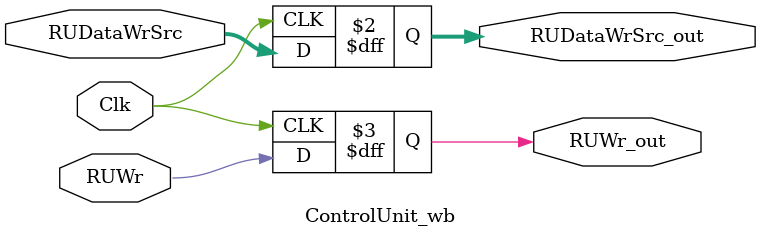
<source format=sv>
module ControlUnit_wb(RUWr, RUDataWrSrc, Clk, RUWr_out, RUDataWrSrc_out);
  input logic [1:0] RUDataWrSrc;
  input logic RUWr;
  input logic Clk;
  output logic [1:0] RUDataWrSrc_out;
  output logic RUWr_out;
  
  always_ff @ (posedge Clk) begin
    RUDataWrSrc_out <= RUDataWrSrc;
    RUWr_out <= RUWr;
  end
endmodule
</source>
